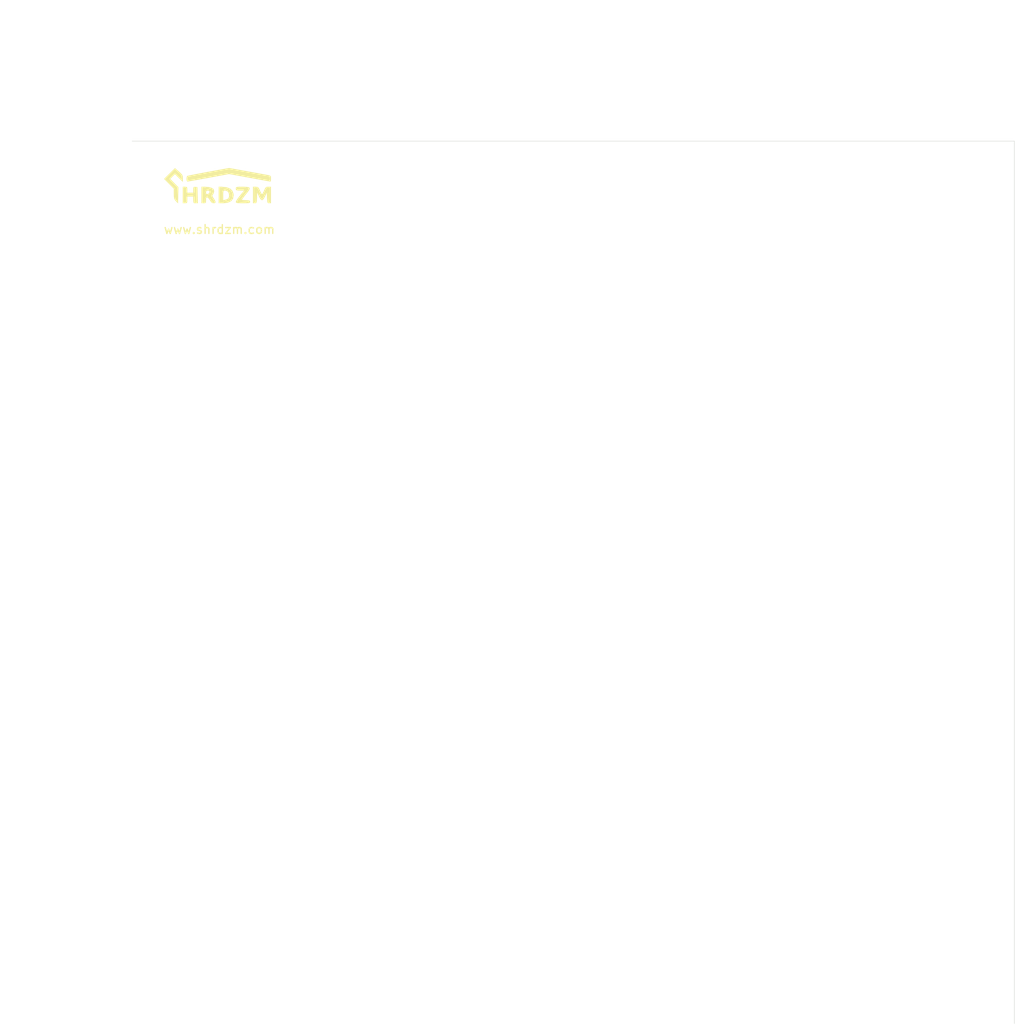
<source format=kicad_pcb>
(kicad_pcb (version 20171130) (host pcbnew "(5.1.9)-1")

  (general
    (thickness 1.6)
    (drawings 25)
    (tracks 0)
    (zones 0)
    (modules 1)
    (nets 1)
  )

  (page A4)
  (layers
    (0 F.Cu signal)
    (31 B.Cu signal)
    (32 B.Adhes user)
    (33 F.Adhes user)
    (34 B.Paste user)
    (35 F.Paste user)
    (36 B.SilkS user)
    (37 F.SilkS user)
    (38 B.Mask user)
    (39 F.Mask user)
    (40 Dwgs.User user)
    (41 Cmts.User user)
    (42 Eco1.User user)
    (43 Eco2.User user)
    (44 Edge.Cuts user)
    (45 Margin user)
    (46 B.CrtYd user)
    (47 F.CrtYd user)
    (48 B.Fab user)
    (49 F.Fab user)
  )

  (setup
    (last_trace_width 0.25)
    (trace_clearance 0.2)
    (zone_clearance 0.508)
    (zone_45_only no)
    (trace_min 0.2)
    (via_size 0.8)
    (via_drill 0.4)
    (via_min_size 0.4)
    (via_min_drill 0.3)
    (uvia_size 0.3)
    (uvia_drill 0.1)
    (uvias_allowed no)
    (uvia_min_size 0.2)
    (uvia_min_drill 0.1)
    (edge_width 0.05)
    (segment_width 0.2)
    (pcb_text_width 0.3)
    (pcb_text_size 1.5 1.5)
    (mod_edge_width 0.12)
    (mod_text_size 1 1)
    (mod_text_width 0.15)
    (pad_size 1.524 1.524)
    (pad_drill 0.762)
    (pad_to_mask_clearance 0)
    (aux_axis_origin 0 0)
    (visible_elements FFFFFF7F)
    (pcbplotparams
      (layerselection 0x014fc_ffffffff)
      (usegerberextensions false)
      (usegerberattributes true)
      (usegerberadvancedattributes true)
      (creategerberjobfile true)
      (excludeedgelayer true)
      (linewidth 0.100000)
      (plotframeref false)
      (viasonmask false)
      (mode 1)
      (useauxorigin false)
      (hpglpennumber 1)
      (hpglpenspeed 20)
      (hpglpendiameter 15.000000)
      (psnegative false)
      (psa4output false)
      (plotreference true)
      (plotvalue true)
      (plotinvisibletext false)
      (padsonsilk false)
      (subtractmaskfromsilk false)
      (outputformat 1)
      (mirror false)
      (drillshape 0)
      (scaleselection 1)
      (outputdirectory "Gerber"))
  )

  (net 0 "")

  (net_class Default "This is the default net class."
    (clearance 0.2)
    (trace_width 0.25)
    (via_dia 0.8)
    (via_drill 0.4)
    (uvia_dia 0.3)
    (uvia_drill 0.1)
  )

  (module "SHRDZM:SHRDZM 12x4" (layer F.Cu) (tedit 0) (tstamp 61282A05)
    (at 54.65 50)
    (fp_text reference G*** (at 0 0) (layer F.SilkS) hide
      (effects (font (size 1.524 1.524) (thickness 0.3)))
    )
    (fp_text value LOGO (at 0.75 0) (layer F.SilkS) hide
      (effects (font (size 1.524 1.524) (thickness 0.3)))
    )
    (fp_poly (pts (xy -4.339167 -1.554769) (xy -4.102935 -1.341889) (xy -3.969597 -1.184039) (xy -3.909977 -1.030267)
      (xy -3.894903 -0.82962) (xy -3.894667 -0.778436) (xy -3.894667 -0.386785) (xy -4.341309 -0.827879)
      (xy -4.787951 -1.268972) (xy -5.060564 -0.996359) (xy -5.333178 -0.723746) (xy -4.864899 -0.250529)
      (xy -4.39662 0.222687) (xy -4.445 2.043753) (xy -4.677833 1.80041) (xy -4.803636 1.650301)
      (xy -4.873933 1.494676) (xy -4.904383 1.277766) (xy -4.910667 0.971158) (xy -4.910667 0.385249)
      (xy -5.460997 -0.169331) (xy -6.011328 -0.723911) (xy -5.397497 -1.331681) (xy -4.783667 -1.939451)
      (xy -4.339167 -1.554769)) (layer F.SilkS) (width 0.01))
    (fp_poly (pts (xy -3.4778 0.182707) (xy -3.405399 0.255179) (xy -3.387068 0.435278) (xy -3.386667 0.508)
      (xy -3.386667 0.846667) (xy -2.709333 0.846667) (xy -2.709333 0.502376) (xy -2.700484 0.284237)
      (xy -2.652374 0.191189) (xy -2.532663 0.179128) (xy -2.4765 0.184876) (xy -2.243667 0.211667)
      (xy -2.219636 1.121833) (xy -2.195605 2.032) (xy -2.452469 2.032) (xy -2.610402 2.021196)
      (xy -2.685203 1.958135) (xy -2.707864 1.796845) (xy -2.709333 1.651) (xy -2.709333 1.27)
      (xy -3.386667 1.27) (xy -3.386667 1.651) (xy -3.39403 1.885283) (xy -3.436543 1.996247)
      (xy -3.544843 2.029846) (xy -3.640667 2.032) (xy -3.894667 2.032) (xy -3.894667 0.169333)
      (xy -3.640667 0.169333) (xy -3.4778 0.182707)) (layer F.SilkS) (width 0.01))
    (fp_poly (pts (xy -0.96904 0.200286) (xy -0.647051 0.284681) (xy -0.437448 0.409818) (xy -0.405186 0.449797)
      (xy -0.34261 0.690252) (xy -0.413327 0.942162) (xy -0.473038 1.024145) (xy -0.546761 1.128457)
      (xy -0.542382 1.236282) (xy -0.449975 1.402824) (xy -0.388371 1.494965) (xy -0.225591 1.764688)
      (xy -0.182043 1.9318) (xy -0.258192 2.01439) (xy -0.402167 2.031771) (xy -0.581024 1.99333)
      (xy -0.723127 1.852073) (xy -0.804333 1.71527) (xy -0.94335 1.510789) (xy -1.084499 1.384943)
      (xy -1.121833 1.370624) (xy -1.217912 1.382265) (xy -1.261258 1.491832) (xy -1.27 1.687125)
      (xy -1.279567 1.906847) (xy -1.3319 2.005526) (xy -1.462448 2.031292) (xy -1.524 2.032)
      (xy -1.778 2.032) (xy -1.778 0.810222) (xy -1.27 0.810222) (xy -1.24236 0.968798)
      (xy -1.130783 1.006054) (xy -1.0795 1.000722) (xy -0.908334 0.904307) (xy -0.861945 0.783167)
      (xy -0.873301 0.640873) (xy -0.994121 0.594375) (xy -1.052445 0.592667) (xy -1.216163 0.625115)
      (xy -1.268394 0.756412) (xy -1.27 0.810222) (xy -1.778 0.810222) (xy -1.778 0.169333)
      (xy -1.360179 0.169333) (xy -0.96904 0.200286)) (layer F.SilkS) (width 0.01))
    (fp_poly (pts (xy 0.529167 0.169805) (xy 1.060406 0.221315) (xy 1.459514 0.373016) (xy 1.72388 0.623012)
      (xy 1.850897 0.969408) (xy 1.862667 1.138453) (xy 1.796486 1.50946) (xy 1.596677 1.780497)
      (xy 1.261339 1.952941) (xy 0.78857 2.028169) (xy 0.629488 2.032) (xy 0.169333 2.032)
      (xy 0.169333 1.144613) (xy 0.677333 1.144613) (xy 0.677333 1.696559) (xy 0.910167 1.640938)
      (xy 1.121386 1.570607) (xy 1.248833 1.501958) (xy 1.331867 1.345374) (xy 1.349892 1.109954)
      (xy 1.305584 0.872081) (xy 1.221619 0.725714) (xy 1.032685 0.619315) (xy 0.882952 0.592667)
      (xy 0.7725 0.603053) (xy 0.710906 0.659649) (xy 0.683957 0.800611) (xy 0.677437 1.064093)
      (xy 0.677333 1.144613) (xy 0.169333 1.144613) (xy 0.169333 0.169333) (xy 0.529167 0.169805)) (layer F.SilkS) (width 0.01))
    (fp_poly (pts (xy 3.304644 0.17851) (xy 3.56904 0.218742) (xy 3.683354 0.309087) (xy 3.656425 0.468597)
      (xy 3.497094 0.71633) (xy 3.2689 1.004714) (xy 3.057051 1.269371) (xy 2.893897 1.484072)
      (xy 2.80401 1.615987) (xy 2.794 1.639258) (xy 2.870587 1.668878) (xy 3.068141 1.688519)
      (xy 3.259667 1.693333) (xy 3.528774 1.700683) (xy 3.668965 1.732461) (xy 3.720367 1.80326)
      (xy 3.725333 1.862667) (xy 3.713187 1.941369) (xy 3.65581 1.99104) (xy 3.521789 2.018294)
      (xy 3.279715 2.029741) (xy 2.921 2.032) (xy 2.545032 2.028775) (xy 2.307521 2.015244)
      (xy 2.177648 1.985626) (xy 2.124597 1.934137) (xy 2.116667 1.881075) (xy 2.168369 1.750319)
      (xy 2.306258 1.531943) (xy 2.504506 1.26532) (xy 2.588745 1.161408) (xy 3.060824 0.592667)
      (xy 2.588745 0.592667) (xy 2.319763 0.587345) (xy 2.178882 0.559073) (xy 2.124931 0.489391)
      (xy 2.116667 0.381) (xy 2.122702 0.28094) (xy 2.162495 0.218748) (xy 2.268574 0.185422)
      (xy 2.473468 0.171955) (xy 2.809705 0.169345) (xy 2.881324 0.169333) (xy 3.304644 0.17851)) (layer F.SilkS) (width 0.01))
    (fp_poly (pts (xy 4.54499 0.181917) (xy 4.661268 0.246027) (xy 4.758405 0.401205) (xy 4.84198 0.592667)
      (xy 4.94996 0.827281) (xy 5.040807 0.981007) (xy 5.08 1.016) (xy 5.144101 0.944558)
      (xy 5.243043 0.760731) (xy 5.318019 0.592667) (xy 5.429089 0.346935) (xy 5.527062 0.220882)
      (xy 5.656487 0.174968) (xy 5.794974 0.169333) (xy 6.096 0.169333) (xy 6.096 2.032)
      (xy 5.888042 2.032) (xy 5.780403 2.022184) (xy 5.71608 1.968614) (xy 5.681348 1.835104)
      (xy 5.662482 1.585467) (xy 5.655209 1.418167) (xy 5.630333 0.804333) (xy 5.429407 1.248833)
      (xy 5.268167 1.544634) (xy 5.124582 1.68332) (xy 5.08 1.693333) (xy 4.943936 1.610918)
      (xy 4.788142 1.368747) (xy 4.730593 1.248833) (xy 4.529667 0.804333) (xy 4.504791 1.418167)
      (xy 4.488637 1.734716) (xy 4.463054 1.918171) (xy 4.414315 2.00472) (xy 4.328695 2.030546)
      (xy 4.271957 2.032) (xy 4.064 2.032) (xy 4.064 0.169333) (xy 4.365025 0.169333)
      (xy 4.54499 0.181917)) (layer F.SilkS) (width 0.01))
    (fp_poly (pts (xy 3.486147 -1.570411) (xy 4.079853 -1.462792) (xy 4.628866 -1.362878) (xy 5.107899 -1.275302)
      (xy 5.491662 -1.204698) (xy 5.754867 -1.155699) (xy 5.863167 -1.134858) (xy 6.015575 -1.082802)
      (xy 6.081718 -0.973963) (xy 6.096 -0.755273) (xy 6.083809 -0.545616) (xy 6.053427 -0.430756)
      (xy 6.042102 -0.423333) (xy 5.947936 -0.438102) (xy 5.709059 -0.479793) (xy 5.347257 -0.54448)
      (xy 4.884319 -0.62824) (xy 4.342034 -0.727149) (xy 3.742188 -0.837282) (xy 3.671435 -0.850317)
      (xy 1.354666 -1.277301) (xy -0.962102 -0.850317) (xy -1.569724 -0.738948) (xy -2.124676 -0.638407)
      (xy -2.60465 -0.552644) (xy -2.987336 -0.485605) (xy -3.250426 -0.441239) (xy -3.37161 -0.423492)
      (xy -3.375102 -0.423333) (xy -3.439406 -0.497767) (xy -3.470707 -0.681168) (xy -3.471333 -0.71467)
      (xy -3.450501 -0.924369) (xy -3.399634 -1.049136) (xy -3.392527 -1.054711) (xy -3.29163 -1.082145)
      (xy -3.046155 -1.135263) (xy -2.678171 -1.209701) (xy -2.209745 -1.301092) (xy -1.662947 -1.40507)
      (xy -1.059845 -1.517269) (xy -0.98588 -1.530868) (xy 1.341961 -1.958318) (xy 3.486147 -1.570411)) (layer F.SilkS) (width 0.01))
  )

  (gr_line (start 45 135) (end 145 135) (layer Eco1.User) (width 0.15))
  (gr_line (start 45 120) (end 145 120) (layer Eco1.User) (width 0.15))
  (gr_line (start 45 105) (end 145 105) (layer Eco1.User) (width 0.15))
  (gr_line (start 45 90) (end 145 90) (layer Eco1.User) (width 0.15))
  (gr_line (start 45 75) (end 145 75) (layer Eco1.User) (width 0.15))
  (gr_line (start 45 60) (end 145 60) (layer Eco1.User) (width 0.15))
  (dimension 15 (width 0.15) (layer Dwgs.User)
    (gr_text "15,000 mm" (at 33.7 127.5 270) (layer Dwgs.User)
      (effects (font (size 1 1) (thickness 0.15)))
    )
    (feature1 (pts (xy 45 135) (xy 34.413579 135)))
    (feature2 (pts (xy 45 120) (xy 34.413579 120)))
    (crossbar (pts (xy 35 120) (xy 35 135)))
    (arrow1a (pts (xy 35 135) (xy 34.413579 133.873496)))
    (arrow1b (pts (xy 35 135) (xy 35.586421 133.873496)))
    (arrow2a (pts (xy 35 120) (xy 34.413579 121.126504)))
    (arrow2b (pts (xy 35 120) (xy 35.586421 121.126504)))
  )
  (dimension 15 (width 0.15) (layer Dwgs.User)
    (gr_text "15,000 mm" (at 33.7 112.5 270) (layer Dwgs.User)
      (effects (font (size 1 1) (thickness 0.15)))
    )
    (feature1 (pts (xy 45 120) (xy 34.413579 120)))
    (feature2 (pts (xy 45 105) (xy 34.413579 105)))
    (crossbar (pts (xy 35 105) (xy 35 120)))
    (arrow1a (pts (xy 35 120) (xy 34.413579 118.873496)))
    (arrow1b (pts (xy 35 120) (xy 35.586421 118.873496)))
    (arrow2a (pts (xy 35 105) (xy 34.413579 106.126504)))
    (arrow2b (pts (xy 35 105) (xy 35.586421 106.126504)))
  )
  (dimension 15 (width 0.15) (layer Dwgs.User)
    (gr_text "15,000 mm" (at 33.7 97.5 270) (layer Dwgs.User)
      (effects (font (size 1 1) (thickness 0.15)))
    )
    (feature1 (pts (xy 45 105) (xy 34.413579 105)))
    (feature2 (pts (xy 45 90) (xy 34.413579 90)))
    (crossbar (pts (xy 35 90) (xy 35 105)))
    (arrow1a (pts (xy 35 105) (xy 34.413579 103.873496)))
    (arrow1b (pts (xy 35 105) (xy 35.586421 103.873496)))
    (arrow2a (pts (xy 35 90) (xy 34.413579 91.126504)))
    (arrow2b (pts (xy 35 90) (xy 35.586421 91.126504)))
  )
  (dimension 15 (width 0.15) (layer Dwgs.User)
    (gr_text "15,000 mm" (at 33.7 82.5 270) (layer Dwgs.User)
      (effects (font (size 1 1) (thickness 0.15)))
    )
    (feature1 (pts (xy 45 90) (xy 34.413579 90)))
    (feature2 (pts (xy 45 75) (xy 34.413579 75)))
    (crossbar (pts (xy 35 75) (xy 35 90)))
    (arrow1a (pts (xy 35 90) (xy 34.413579 88.873496)))
    (arrow1b (pts (xy 35 90) (xy 35.586421 88.873496)))
    (arrow2a (pts (xy 35 75) (xy 34.413579 76.126504)))
    (arrow2b (pts (xy 35 75) (xy 35.586421 76.126504)))
  )
  (dimension 15 (width 0.15) (layer Dwgs.User)
    (gr_text "15,000 mm" (at 33.7 67.5 270) (layer Dwgs.User)
      (effects (font (size 1 1) (thickness 0.15)))
    )
    (feature1 (pts (xy 45 75) (xy 34.413579 75)))
    (feature2 (pts (xy 45 60) (xy 34.413579 60)))
    (crossbar (pts (xy 35 60) (xy 35 75)))
    (arrow1a (pts (xy 35 75) (xy 34.413579 73.873496)))
    (arrow1b (pts (xy 35 75) (xy 35.586421 73.873496)))
    (arrow2a (pts (xy 35 60) (xy 34.413579 61.126504)))
    (arrow2b (pts (xy 35 60) (xy 35.586421 61.126504)))
  )
  (dimension 15 (width 0.15) (layer Dwgs.User)
    (gr_text "15,000 mm" (at 33.7 52.5 270) (layer Dwgs.User)
      (effects (font (size 1 1) (thickness 0.15)))
    )
    (feature1 (pts (xy 45 60) (xy 34.413579 60)))
    (feature2 (pts (xy 45 45) (xy 34.413579 45)))
    (crossbar (pts (xy 35 45) (xy 35 60)))
    (arrow1a (pts (xy 35 60) (xy 34.413579 58.873496)))
    (arrow1b (pts (xy 35 60) (xy 35.586421 58.873496)))
    (arrow2a (pts (xy 35 45) (xy 34.413579 46.126504)))
    (arrow2b (pts (xy 35 45) (xy 35.586421 46.126504)))
  )
  (gr_line (start 145 45) (end 145 145) (layer Edge.Cuts) (width 0.05))
  (gr_line (start 45 45) (end 145 45) (layer Edge.Cuts) (width 0.05))
  (gr_text www.shrdzm.com (at 54.9 55) (layer F.SilkS)
    (effects (font (size 1 1) (thickness 0.15)))
  )
  (gr_line (start 125 45) (end 125 145) (layer Eco1.User) (width 0.15))
  (gr_line (start 105 45) (end 105 145) (layer Eco1.User) (width 0.15))
  (gr_line (start 85 45) (end 85 145) (layer Eco1.User) (width 0.15))
  (gr_line (start 65 45) (end 65 145) (layer Eco1.User) (width 0.15))
  (dimension 20 (width 0.15) (layer Dwgs.User)
    (gr_text "20,000 mm" (at 135 29.7) (layer Dwgs.User)
      (effects (font (size 1 1) (thickness 0.15)))
    )
    (feature1 (pts (xy 145 45) (xy 145 30.413579)))
    (feature2 (pts (xy 125 45) (xy 125 30.413579)))
    (crossbar (pts (xy 125 31) (xy 145 31)))
    (arrow1a (pts (xy 145 31) (xy 143.873496 31.586421)))
    (arrow1b (pts (xy 145 31) (xy 143.873496 30.413579)))
    (arrow2a (pts (xy 125 31) (xy 126.126504 31.586421)))
    (arrow2b (pts (xy 125 31) (xy 126.126504 30.413579)))
  )
  (dimension 20 (width 0.15) (layer Dwgs.User)
    (gr_text "20,000 mm" (at 115 29.7) (layer Dwgs.User)
      (effects (font (size 1 1) (thickness 0.15)))
    )
    (feature1 (pts (xy 125 45) (xy 125 30.413579)))
    (feature2 (pts (xy 105 45) (xy 105 30.413579)))
    (crossbar (pts (xy 105 31) (xy 125 31)))
    (arrow1a (pts (xy 125 31) (xy 123.873496 31.586421)))
    (arrow1b (pts (xy 125 31) (xy 123.873496 30.413579)))
    (arrow2a (pts (xy 105 31) (xy 106.126504 31.586421)))
    (arrow2b (pts (xy 105 31) (xy 106.126504 30.413579)))
  )
  (dimension 20 (width 0.15) (layer Dwgs.User)
    (gr_text "20,000 mm" (at 95 29.7) (layer Dwgs.User)
      (effects (font (size 1 1) (thickness 0.15)))
    )
    (feature1 (pts (xy 105 45) (xy 105 30.413579)))
    (feature2 (pts (xy 85 45) (xy 85 30.413579)))
    (crossbar (pts (xy 85 31) (xy 105 31)))
    (arrow1a (pts (xy 105 31) (xy 103.873496 31.586421)))
    (arrow1b (pts (xy 105 31) (xy 103.873496 30.413579)))
    (arrow2a (pts (xy 85 31) (xy 86.126504 31.586421)))
    (arrow2b (pts (xy 85 31) (xy 86.126504 30.413579)))
  )
  (dimension 20 (width 0.15) (layer Dwgs.User)
    (gr_text "20,000 mm" (at 75 29.7) (layer Dwgs.User)
      (effects (font (size 1 1) (thickness 0.15)))
    )
    (feature1 (pts (xy 85 45) (xy 85 30.413579)))
    (feature2 (pts (xy 65 45) (xy 65 30.413579)))
    (crossbar (pts (xy 65 31) (xy 85 31)))
    (arrow1a (pts (xy 85 31) (xy 83.873496 31.586421)))
    (arrow1b (pts (xy 85 31) (xy 83.873496 30.413579)))
    (arrow2a (pts (xy 65 31) (xy 66.126504 31.586421)))
    (arrow2b (pts (xy 65 31) (xy 66.126504 30.413579)))
  )
  (dimension 20 (width 0.15) (layer Dwgs.User)
    (gr_text "20,000 mm" (at 55 29.7) (layer Dwgs.User)
      (effects (font (size 1 1) (thickness 0.15)))
    )
    (feature1 (pts (xy 65 45) (xy 65 30.413579)))
    (feature2 (pts (xy 45 45) (xy 45 30.413579)))
    (crossbar (pts (xy 45 31) (xy 65 31)))
    (arrow1a (pts (xy 65 31) (xy 63.873496 31.586421)))
    (arrow1b (pts (xy 65 31) (xy 63.873496 30.413579)))
    (arrow2a (pts (xy 45 31) (xy 46.126504 31.586421)))
    (arrow2b (pts (xy 45 31) (xy 46.126504 30.413579)))
  )
  (dimension 100 (width 0.15) (layer Dwgs.User)
    (gr_text "100,000 mm" (at 95 35.45) (layer Dwgs.User)
      (effects (font (size 1 1) (thickness 0.15)))
    )
    (feature1 (pts (xy 145 45) (xy 145 36.163579)))
    (feature2 (pts (xy 45 45) (xy 45 36.163579)))
    (crossbar (pts (xy 45 36.75) (xy 145 36.75)))
    (arrow1a (pts (xy 145 36.75) (xy 143.873496 37.336421)))
    (arrow1b (pts (xy 145 36.75) (xy 143.873496 36.163579)))
    (arrow2a (pts (xy 45 36.75) (xy 46.126504 37.336421)))
    (arrow2b (pts (xy 45 36.75) (xy 46.126504 36.163579)))
  )

)

</source>
